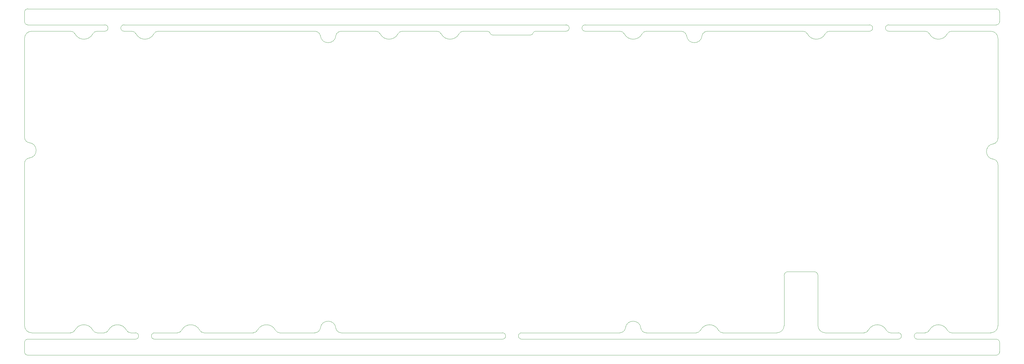
<source format=gtp>
G04 #@! TF.GenerationSoftware,KiCad,Pcbnew,(6.99.0-1912-g359c99991b)*
G04 #@! TF.CreationDate,2023-08-09T17:17:15+07:00*
G04 #@! TF.ProjectId,nyx,6e79782e-6b69-4636-9164-5f7063625858,2*
G04 #@! TF.SameCoordinates,Original*
G04 #@! TF.FileFunction,Paste,Top*
G04 #@! TF.FilePolarity,Positive*
%FSLAX46Y46*%
G04 Gerber Fmt 4.6, Leading zero omitted, Abs format (unit mm)*
G04 Created by KiCad (PCBNEW (6.99.0-1912-g359c99991b)) date 2023-08-09 17:17:15*
%MOMM*%
%LPD*%
G01*
G04 APERTURE LIST*
G04 #@! TA.AperFunction,Profile*
%ADD10C,0.100000*%
G04 #@! TD*
G04 APERTURE END LIST*
D10*
X301600202Y-101272406D02*
G75*
G03*
X303822706Y-99049835I-102J2222606D01*
G01*
X40600000Y-103272338D02*
X149161353Y-103272338D01*
X71376999Y-101272345D02*
G75*
G03*
X72707000Y-100446691I-15399J1508845D01*
G01*
X98847999Y-7000000D02*
X109651997Y-7000000D01*
X237074986Y-83399998D02*
X237074986Y-99022338D01*
X136948002Y-7000004D02*
G75*
G03*
X135618000Y-7806000I398J-1500996D01*
G01*
X268967975Y-100446699D02*
G75*
G03*
X270297993Y-101272337I1345325J683099D01*
G01*
X33451997Y-7000000D02*
X31049997Y-7000000D01*
X304322700Y-1000000D02*
G75*
G03*
X303322706Y0I-1000000J0D01*
G01*
X289347996Y-7000000D02*
X301600202Y-7000000D01*
X303322706Y-108272406D02*
G75*
G03*
X304322706Y-107272338I-106J1000106D01*
G01*
X25049997Y-5000000D02*
X1000000Y-5000000D01*
X34781999Y-7806000D02*
G75*
G03*
X40367997Y-7806000I2792999J1455492D01*
G01*
X24876999Y-101272338D02*
X22647999Y-101272338D01*
X97179782Y-99907551D02*
G75*
G03*
X98847996Y-101272338I1668618J337651D01*
G01*
X251247981Y-6999980D02*
G75*
G03*
X249917994Y-7806000I319J-1500820D01*
G01*
X15731999Y-7806000D02*
G75*
G03*
X14401997Y-7000001I-1328549J-691940D01*
G01*
X282432022Y-7805994D02*
G75*
G03*
X281101994Y-7000001I-1328522J-691906D01*
G01*
X303827411Y-48693176D02*
X303822706Y-99049835D01*
X79623001Y-101272338D02*
X90601994Y-101272338D01*
X278700001Y-101272338D02*
X281102009Y-101272338D01*
X303322706Y0D02*
X1000000Y0D01*
X130031972Y-7806015D02*
G75*
G03*
X128702000Y-7000001I-1328472J-691785D01*
G01*
X54655994Y-100446691D02*
G75*
G03*
X49069996Y-100446691I-2792999J-1455492D01*
G01*
X31793026Y-100446677D02*
G75*
G03*
X33123001Y-101272337I1345274J682977D01*
G01*
X0Y-107272338D02*
X0Y-104272338D01*
X78293026Y-100446677D02*
G75*
G03*
X79623001Y-101272337I1345274J682977D01*
G01*
X289347996Y-6999994D02*
G75*
G03*
X288018010Y-7806000I304J-1500806D01*
G01*
X234824986Y-101272386D02*
G75*
G03*
X237074986Y-99022338I-86J2250086D01*
G01*
X34781941Y-7806030D02*
G75*
G03*
X33451997Y-7000001I-1328541J-691870D01*
G01*
X21317997Y-100446691D02*
G75*
G03*
X15731999Y-100446691I-2792999J-1455492D01*
G01*
X217911000Y-101272338D02*
X234824986Y-101272338D01*
X192377306Y-99907545D02*
G75*
G03*
X187537331Y-99827543I-2423306J-160755D01*
G01*
X155161353Y-103272338D02*
X272700001Y-103272338D01*
X22647999Y-7000002D02*
G75*
G03*
X21317998Y-7806000I401J-1500998D01*
G01*
X0Y-99049833D02*
G75*
G03*
X2222503Y-101272338I2222503J-2D01*
G01*
X288017979Y-100446706D02*
G75*
G03*
X289348011Y-101272338I1345321J683106D01*
G01*
X175000000Y-7000000D02*
X185851994Y-7000000D01*
X47739994Y-101272307D02*
G75*
G03*
X49069995Y-100446691I-15294J1508707D01*
G01*
X136948002Y-7000000D02*
X144500000Y-7000000D01*
X1000000Y0D02*
G75*
G03*
X0Y-1000000I0J-1000000D01*
G01*
X92339807Y-8400003D02*
G75*
G03*
X90601997Y-7000001I-1736307J-376697D01*
G01*
X206639807Y-8400003D02*
G75*
G03*
X204901997Y-7000001I-1736307J-376697D01*
G01*
X303322706Y-5000000D02*
X269722706Y-5000000D01*
X14401997Y-101272338D02*
X2222503Y-101272338D01*
X78292999Y-100446691D02*
G75*
G03*
X72707001Y-100446691I-2792999J-1455492D01*
G01*
X159500000Y-7000024D02*
G75*
G03*
X158700000Y-7600000I-800J-832276D01*
G01*
X304322762Y-104272338D02*
G75*
G03*
X303322706Y-103272338I-1000062J-62D01*
G01*
X209664998Y-101272311D02*
G75*
G03*
X210995000Y-100446691I-15298J1508711D01*
G01*
X303827349Y-48693176D02*
G75*
G03*
X302507411Y-47025000I-1714649J-424D01*
G01*
X194097996Y-7000018D02*
G75*
G03*
X192767994Y-7806000I-1496J-1497882D01*
G01*
X187181971Y-7806013D02*
G75*
G03*
X185851994Y-7000001I-1328471J-691787D01*
G01*
X303822706Y-9222505D02*
X303827411Y-40462174D01*
X302427417Y-42200059D02*
G75*
G03*
X302507411Y-47024999I240783J-2409141D01*
G01*
X251247981Y-7000000D02*
X263722706Y-7000000D01*
X268967991Y-100446691D02*
G75*
G03*
X263381993Y-100446691I-2792999J-1455492D01*
G01*
X206639815Y-8400001D02*
G75*
G03*
X211479823Y-8320000I2416685J240801D01*
G01*
X216580977Y-100446702D02*
G75*
G03*
X217911000Y-101272337I1345323J683102D01*
G01*
X21317977Y-100446701D02*
G75*
G03*
X22647999Y-101272337I1345323J683101D01*
G01*
X247650002Y-83399998D02*
G75*
G03*
X246399998Y-82149998I-1249602J398D01*
G01*
X304322706Y-1000000D02*
X304322706Y-4000000D01*
X110981958Y-7806022D02*
G75*
G03*
X109651997Y-7000001I-1328658J-692078D01*
G01*
X304322706Y-104272338D02*
X304322706Y-107272338D01*
X194097996Y-7000000D02*
X204901997Y-7000000D01*
X31792999Y-100446691D02*
G75*
G03*
X26207001Y-100446691I-2792999J-1455492D01*
G01*
X90601994Y-101272331D02*
G75*
G03*
X92339819Y-99827543I1506J1765731D01*
G01*
X303322706Y-5000006D02*
G75*
G03*
X304322706Y-4000000I-6J1000006D01*
G01*
X149161353Y-101272338D02*
X98847996Y-101272338D01*
X302427414Y-42200015D02*
G75*
G03*
X303827410Y-40462174I-376714J1736315D01*
G01*
X0Y-99049833D02*
X0Y-48291535D01*
X41697999Y-7000002D02*
G75*
G03*
X40367998Y-7806000I401J-1500998D01*
G01*
X185799504Y-101272341D02*
G75*
G03*
X187537330Y-99827543I1496J1765741D01*
G01*
X1000000Y-103272338D02*
G75*
G03*
X0Y-104272338I-1J-999999D01*
G01*
X97179816Y-99907543D02*
G75*
G03*
X92339821Y-99827543I-2423316J-160757D01*
G01*
X169000000Y-7000000D02*
X159500000Y-7000000D01*
X110981999Y-7806000D02*
G75*
G03*
X116567997Y-7806000I2792999J1455492D01*
G01*
X24876999Y-101272345D02*
G75*
G03*
X26207000Y-100446691I-15399J1508845D01*
G01*
X117897999Y-7000000D02*
X128702000Y-7000000D01*
X-2Y-40183465D02*
G75*
G03*
X1362325Y-41824999I1670682J445D01*
G01*
X2Y-107272338D02*
G75*
G03*
X1000000Y-108272338I999998J-2D01*
G01*
X0Y-4000000D02*
G75*
G03*
X1000000Y-5000000I1000000J0D01*
G01*
X262051991Y-101272306D02*
G75*
G03*
X263381993Y-100446691I-15291J1508706D01*
G01*
X278700001Y-103272338D02*
X303322706Y-103272338D01*
X192377282Y-99907553D02*
G75*
G03*
X194045506Y-101272338I1668618J337653D01*
G01*
X0Y-40183465D02*
X0Y-9222503D01*
X249899998Y-101272338D02*
X262051991Y-101272338D01*
X15731999Y-7806000D02*
G75*
G03*
X21317997Y-7806000I2792999J1455492D01*
G01*
X1442325Y-46649999D02*
G75*
G03*
X1362325Y-41825001I-240727J2409171D01*
G01*
X54655976Y-100446700D02*
G75*
G03*
X55985996Y-101272337I1345324J683100D01*
G01*
X41697999Y-7000000D02*
X90601997Y-7000000D01*
X247650062Y-99022338D02*
G75*
G03*
X249899998Y-101272338I2249938J-62D01*
G01*
X246399998Y-82149998D02*
X238324986Y-82149998D01*
X157900000Y-8199976D02*
G75*
G03*
X158700000Y-7600000I800J832276D01*
G01*
X145300023Y-7599993D02*
G75*
G03*
X144500000Y-7000000I-799223J-232307D01*
G01*
X33123001Y-101272338D02*
X34600000Y-101272338D01*
X282432011Y-7806000D02*
G75*
G03*
X288018009Y-7806000I2792999J1455492D01*
G01*
X1000000Y-108272338D02*
X303322706Y-108272338D01*
X40600000Y-101272338D02*
X47739994Y-101272338D01*
X270297993Y-101272338D02*
X272700001Y-101272338D01*
X2222503Y-7000000D02*
G75*
G03*
X0Y-9222503I0J-2222503D01*
G01*
X209664998Y-101272338D02*
X194045506Y-101272338D01*
X247649998Y-99022338D02*
X247649998Y-83399998D01*
X303822700Y-9222505D02*
G75*
G03*
X301600202Y-7000000I-2222500J5D01*
G01*
X169000000Y-5000000D02*
X31049997Y-5000000D01*
X187181996Y-7805999D02*
G75*
G03*
X192767994Y-7806000I2792999J1455492D01*
G01*
X117897999Y-7000002D02*
G75*
G03*
X116567998Y-7806000I401J-1500998D01*
G01*
X213147999Y-6999979D02*
G75*
G03*
X211479824Y-8320000I501J-1714721D01*
G01*
X71376999Y-101272338D02*
X55985996Y-101272338D01*
X175000000Y-5000000D02*
X263722706Y-5000000D01*
X0Y-4000000D02*
X0Y-1000000D01*
X146100000Y-8200000D02*
X157900000Y-8200000D01*
X244331996Y-7806000D02*
G75*
G03*
X249917994Y-7806000I2792999J1455492D01*
G01*
X155161353Y-101272338D02*
X185799504Y-101272338D01*
X14401997Y-101272310D02*
G75*
G03*
X15731999Y-100446691I-15297J1508710D01*
G01*
X269722706Y-7000000D02*
X281101994Y-7000000D01*
X145299977Y-7600007D02*
G75*
G03*
X146100000Y-8200000I799223J232307D01*
G01*
X216580998Y-100446691D02*
G75*
G03*
X210995000Y-100446691I-2792999J-1455492D01*
G01*
X213147999Y-7000000D02*
X243001979Y-7000000D01*
X2222503Y-7000000D02*
X14401997Y-7000000D01*
X289348011Y-101272338D02*
X301600202Y-101272338D01*
X25049997Y-7000000D02*
X22647999Y-7000000D01*
X98847999Y-6999979D02*
G75*
G03*
X97179824Y-8320000I501J-1714721D01*
G01*
X92339815Y-8400001D02*
G75*
G03*
X97179823Y-8320000I2416685J240801D01*
G01*
X1442325Y-46650000D02*
G75*
G03*
X0Y-48291535I213454J-1641963D01*
G01*
X281102009Y-101272321D02*
G75*
G03*
X282432011Y-100446691I-15309J1508721D01*
G01*
X130032002Y-7806000D02*
G75*
G03*
X135618000Y-7806000I2792999J1455492D01*
G01*
X238324986Y-82149986D02*
G75*
G03*
X237074986Y-83399998I-386J-1249614D01*
G01*
X244332019Y-7805988D02*
G75*
G03*
X243001979Y-7000001I-1328519J-691912D01*
G01*
X1000000Y-103272338D02*
X34600000Y-103272338D01*
X288018009Y-100446691D02*
G75*
G03*
X282432011Y-100446691I-2792999J-1455492D01*
G01*
X263722706Y-7000000D02*
G75*
G03*
X263722706Y-5000000I0J1000000D01*
G01*
X269722706Y-5000000D02*
G75*
G03*
X269722706Y-7000000I0J-1000000D01*
G01*
X169000000Y-7000000D02*
G75*
G03*
X169000000Y-5000000I0J1000000D01*
G01*
X175000000Y-5000000D02*
G75*
G03*
X175000000Y-7000000I0J-1000000D01*
G01*
X40600000Y-101272338D02*
G75*
G03*
X40600000Y-103272338I0J-1000000D01*
G01*
X34600000Y-103272338D02*
G75*
G03*
X34600000Y-101272338I0J1000000D01*
G01*
X278700001Y-101272338D02*
G75*
G03*
X278700001Y-103272338I0J-1000000D01*
G01*
X272700001Y-103272338D02*
G75*
G03*
X272700001Y-101272338I0J1000000D01*
G01*
X155161353Y-101272338D02*
G75*
G03*
X155161353Y-103272338I0J-1000000D01*
G01*
X149161353Y-103272338D02*
G75*
G03*
X149161353Y-101272338I0J1000000D01*
G01*
X25049997Y-7000000D02*
G75*
G03*
X25049997Y-5000000I0J1000000D01*
G01*
X31049997Y-5000000D02*
G75*
G03*
X31049997Y-7000000I0J-1000000D01*
G01*
M02*

</source>
